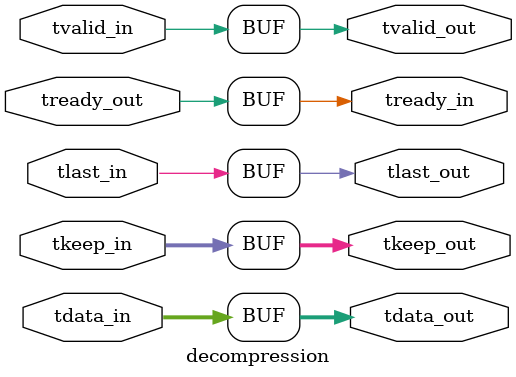
<source format=v>
module decompression(
    input       [255:0]         tdata_in, 
    input       [31:0]          tkeep_in, 
    input                       tvalid_in, 
    output                      tready_in, 
    input                       tlast_in, 
    
    output      [255:0]         tdata_out,
    output      [31:0]          tkeep_out, 
    output                      tvalid_out, 
    input                       tready_out, 
    output                      tlast_out 
);

assign tdata_out = tdata_in;
assign tkeep_out = tkeep_in;
assign tvalid_out = tvalid_in;
assign tready_in = tready_out;
assign tlast_out = tlast_in;

endmodule
</source>
